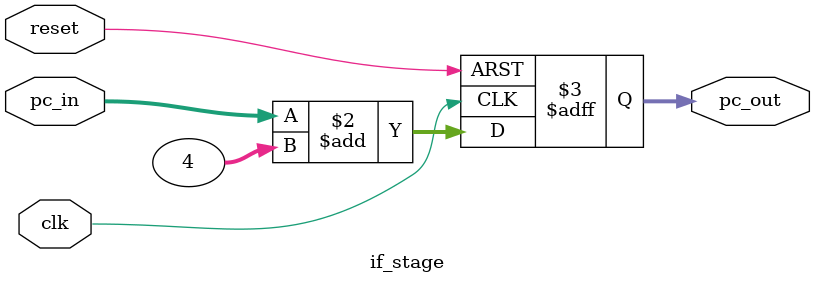
<source format=v>

module if_stage(input clk, input reset, input [31:0] pc_in, output reg [31:0] pc_out);
    always @(posedge clk or posedge reset) begin
        if (reset)
            pc_out <= 0;
        else
            pc_out <= pc_in + 4;
    end
endmodule

</source>
